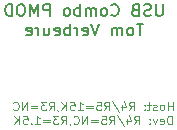
<source format=gbr>
%TF.GenerationSoftware,KiCad,Pcbnew,5.1.6-c6e7f7d~86~ubuntu18.04.1*%
%TF.CreationDate,2021-07-01T18:37:21-07:00*%
%TF.ProjectId,usb_combo_pmod,7573625f-636f-46d6-926f-5f706d6f642e,rev?*%
%TF.SameCoordinates,Original*%
%TF.FileFunction,Legend,Bot*%
%TF.FilePolarity,Positive*%
%FSLAX46Y46*%
G04 Gerber Fmt 4.6, Leading zero omitted, Abs format (unit mm)*
G04 Created by KiCad (PCBNEW 5.1.6-c6e7f7d~86~ubuntu18.04.1) date 2021-07-01 18:37:21*
%MOMM*%
%LPD*%
G01*
G04 APERTURE LIST*
%ADD10C,0.150000*%
%ADD11C,0.121920*%
G04 APERTURE END LIST*
D10*
X117132857Y-72541380D02*
X117132857Y-73350904D01*
X117085238Y-73446142D01*
X117037619Y-73493761D01*
X116942380Y-73541380D01*
X116751904Y-73541380D01*
X116656666Y-73493761D01*
X116609047Y-73446142D01*
X116561428Y-73350904D01*
X116561428Y-72541380D01*
X116132857Y-73493761D02*
X115990000Y-73541380D01*
X115751904Y-73541380D01*
X115656666Y-73493761D01*
X115609047Y-73446142D01*
X115561428Y-73350904D01*
X115561428Y-73255666D01*
X115609047Y-73160428D01*
X115656666Y-73112809D01*
X115751904Y-73065190D01*
X115942380Y-73017571D01*
X116037619Y-72969952D01*
X116085238Y-72922333D01*
X116132857Y-72827095D01*
X116132857Y-72731857D01*
X116085238Y-72636619D01*
X116037619Y-72589000D01*
X115942380Y-72541380D01*
X115704285Y-72541380D01*
X115561428Y-72589000D01*
X114799523Y-73017571D02*
X114656666Y-73065190D01*
X114609047Y-73112809D01*
X114561428Y-73208047D01*
X114561428Y-73350904D01*
X114609047Y-73446142D01*
X114656666Y-73493761D01*
X114751904Y-73541380D01*
X115132857Y-73541380D01*
X115132857Y-72541380D01*
X114799523Y-72541380D01*
X114704285Y-72589000D01*
X114656666Y-72636619D01*
X114609047Y-72731857D01*
X114609047Y-72827095D01*
X114656666Y-72922333D01*
X114704285Y-72969952D01*
X114799523Y-73017571D01*
X115132857Y-73017571D01*
X112799523Y-73446142D02*
X112847142Y-73493761D01*
X112990000Y-73541380D01*
X113085238Y-73541380D01*
X113228095Y-73493761D01*
X113323333Y-73398523D01*
X113370952Y-73303285D01*
X113418571Y-73112809D01*
X113418571Y-72969952D01*
X113370952Y-72779476D01*
X113323333Y-72684238D01*
X113228095Y-72589000D01*
X113085238Y-72541380D01*
X112990000Y-72541380D01*
X112847142Y-72589000D01*
X112799523Y-72636619D01*
X112228095Y-73541380D02*
X112323333Y-73493761D01*
X112370952Y-73446142D01*
X112418571Y-73350904D01*
X112418571Y-73065190D01*
X112370952Y-72969952D01*
X112323333Y-72922333D01*
X112228095Y-72874714D01*
X112085238Y-72874714D01*
X111990000Y-72922333D01*
X111942380Y-72969952D01*
X111894761Y-73065190D01*
X111894761Y-73350904D01*
X111942380Y-73446142D01*
X111990000Y-73493761D01*
X112085238Y-73541380D01*
X112228095Y-73541380D01*
X111466190Y-73541380D02*
X111466190Y-72874714D01*
X111466190Y-72969952D02*
X111418571Y-72922333D01*
X111323333Y-72874714D01*
X111180476Y-72874714D01*
X111085238Y-72922333D01*
X111037619Y-73017571D01*
X111037619Y-73541380D01*
X111037619Y-73017571D02*
X110990000Y-72922333D01*
X110894761Y-72874714D01*
X110751904Y-72874714D01*
X110656666Y-72922333D01*
X110609047Y-73017571D01*
X110609047Y-73541380D01*
X110132857Y-73541380D02*
X110132857Y-72541380D01*
X110132857Y-72922333D02*
X110037619Y-72874714D01*
X109847142Y-72874714D01*
X109751904Y-72922333D01*
X109704285Y-72969952D01*
X109656666Y-73065190D01*
X109656666Y-73350904D01*
X109704285Y-73446142D01*
X109751904Y-73493761D01*
X109847142Y-73541380D01*
X110037619Y-73541380D01*
X110132857Y-73493761D01*
X109085238Y-73541380D02*
X109180476Y-73493761D01*
X109228095Y-73446142D01*
X109275714Y-73350904D01*
X109275714Y-73065190D01*
X109228095Y-72969952D01*
X109180476Y-72922333D01*
X109085238Y-72874714D01*
X108942380Y-72874714D01*
X108847142Y-72922333D01*
X108799523Y-72969952D01*
X108751904Y-73065190D01*
X108751904Y-73350904D01*
X108799523Y-73446142D01*
X108847142Y-73493761D01*
X108942380Y-73541380D01*
X109085238Y-73541380D01*
X107561428Y-73541380D02*
X107561428Y-72541380D01*
X107180476Y-72541380D01*
X107085238Y-72589000D01*
X107037619Y-72636619D01*
X106990000Y-72731857D01*
X106990000Y-72874714D01*
X107037619Y-72969952D01*
X107085238Y-73017571D01*
X107180476Y-73065190D01*
X107561428Y-73065190D01*
X106561428Y-73541380D02*
X106561428Y-72541380D01*
X106228095Y-73255666D01*
X105894761Y-72541380D01*
X105894761Y-73541380D01*
X105228095Y-72541380D02*
X105037619Y-72541380D01*
X104942380Y-72589000D01*
X104847142Y-72684238D01*
X104799523Y-72874714D01*
X104799523Y-73208047D01*
X104847142Y-73398523D01*
X104942380Y-73493761D01*
X105037619Y-73541380D01*
X105228095Y-73541380D01*
X105323333Y-73493761D01*
X105418571Y-73398523D01*
X105466190Y-73208047D01*
X105466190Y-72874714D01*
X105418571Y-72684238D01*
X105323333Y-72589000D01*
X105228095Y-72541380D01*
X104370952Y-73541380D02*
X104370952Y-72541380D01*
X104132857Y-72541380D01*
X103990000Y-72589000D01*
X103894761Y-72684238D01*
X103847142Y-72779476D01*
X103799523Y-72969952D01*
X103799523Y-73112809D01*
X103847142Y-73303285D01*
X103894761Y-73398523D01*
X103990000Y-73493761D01*
X104132857Y-73541380D01*
X104370952Y-73541380D01*
X115513809Y-74191380D02*
X114942380Y-74191380D01*
X115228095Y-75191380D02*
X115228095Y-74191380D01*
X114466190Y-75191380D02*
X114561428Y-75143761D01*
X114609047Y-75096142D01*
X114656666Y-75000904D01*
X114656666Y-74715190D01*
X114609047Y-74619952D01*
X114561428Y-74572333D01*
X114466190Y-74524714D01*
X114323333Y-74524714D01*
X114228095Y-74572333D01*
X114180476Y-74619952D01*
X114132857Y-74715190D01*
X114132857Y-75000904D01*
X114180476Y-75096142D01*
X114228095Y-75143761D01*
X114323333Y-75191380D01*
X114466190Y-75191380D01*
X113704285Y-75191380D02*
X113704285Y-74524714D01*
X113704285Y-74619952D02*
X113656666Y-74572333D01*
X113561428Y-74524714D01*
X113418571Y-74524714D01*
X113323333Y-74572333D01*
X113275714Y-74667571D01*
X113275714Y-75191380D01*
X113275714Y-74667571D02*
X113228095Y-74572333D01*
X113132857Y-74524714D01*
X112990000Y-74524714D01*
X112894761Y-74572333D01*
X112847142Y-74667571D01*
X112847142Y-75191380D01*
X111751904Y-74191380D02*
X111418571Y-75191380D01*
X111085238Y-74191380D01*
X110370952Y-75143761D02*
X110466190Y-75191380D01*
X110656666Y-75191380D01*
X110751904Y-75143761D01*
X110799523Y-75048523D01*
X110799523Y-74667571D01*
X110751904Y-74572333D01*
X110656666Y-74524714D01*
X110466190Y-74524714D01*
X110370952Y-74572333D01*
X110323333Y-74667571D01*
X110323333Y-74762809D01*
X110799523Y-74858047D01*
X109894761Y-75191380D02*
X109894761Y-74524714D01*
X109894761Y-74715190D02*
X109847142Y-74619952D01*
X109799523Y-74572333D01*
X109704285Y-74524714D01*
X109609047Y-74524714D01*
X109275714Y-75191380D02*
X109275714Y-74191380D01*
X109275714Y-74572333D02*
X109180476Y-74524714D01*
X108990000Y-74524714D01*
X108894761Y-74572333D01*
X108847142Y-74619952D01*
X108799523Y-74715190D01*
X108799523Y-75000904D01*
X108847142Y-75096142D01*
X108894761Y-75143761D01*
X108990000Y-75191380D01*
X109180476Y-75191380D01*
X109275714Y-75143761D01*
X107990000Y-75143761D02*
X108085238Y-75191380D01*
X108275714Y-75191380D01*
X108370952Y-75143761D01*
X108418571Y-75048523D01*
X108418571Y-74667571D01*
X108370952Y-74572333D01*
X108275714Y-74524714D01*
X108085238Y-74524714D01*
X107990000Y-74572333D01*
X107942380Y-74667571D01*
X107942380Y-74762809D01*
X108418571Y-74858047D01*
X107085238Y-74524714D02*
X107085238Y-75191380D01*
X107513809Y-74524714D02*
X107513809Y-75048523D01*
X107466190Y-75143761D01*
X107370952Y-75191380D01*
X107228095Y-75191380D01*
X107132857Y-75143761D01*
X107085238Y-75096142D01*
X106609047Y-75191380D02*
X106609047Y-74524714D01*
X106609047Y-74715190D02*
X106561428Y-74619952D01*
X106513809Y-74572333D01*
X106418571Y-74524714D01*
X106323333Y-74524714D01*
X105609047Y-75143761D02*
X105704285Y-75191380D01*
X105894761Y-75191380D01*
X105990000Y-75143761D01*
X106037619Y-75048523D01*
X106037619Y-74667571D01*
X105990000Y-74572333D01*
X105894761Y-74524714D01*
X105704285Y-74524714D01*
X105609047Y-74572333D01*
X105561428Y-74667571D01*
X105561428Y-74762809D01*
X106037619Y-74858047D01*
D11*
X117974533Y-81515373D02*
X117974533Y-80804173D01*
X117974533Y-81142840D02*
X117568133Y-81142840D01*
X117568133Y-81515373D02*
X117568133Y-80804173D01*
X117127866Y-81515373D02*
X117195600Y-81481506D01*
X117229466Y-81447640D01*
X117263333Y-81379906D01*
X117263333Y-81176706D01*
X117229466Y-81108973D01*
X117195600Y-81075106D01*
X117127866Y-81041240D01*
X117026266Y-81041240D01*
X116958533Y-81075106D01*
X116924666Y-81108973D01*
X116890800Y-81176706D01*
X116890800Y-81379906D01*
X116924666Y-81447640D01*
X116958533Y-81481506D01*
X117026266Y-81515373D01*
X117127866Y-81515373D01*
X116619866Y-81481506D02*
X116552133Y-81515373D01*
X116416666Y-81515373D01*
X116348933Y-81481506D01*
X116315066Y-81413773D01*
X116315066Y-81379906D01*
X116348933Y-81312173D01*
X116416666Y-81278306D01*
X116518266Y-81278306D01*
X116586000Y-81244440D01*
X116619866Y-81176706D01*
X116619866Y-81142840D01*
X116586000Y-81075106D01*
X116518266Y-81041240D01*
X116416666Y-81041240D01*
X116348933Y-81075106D01*
X116111866Y-81041240D02*
X115840933Y-81041240D01*
X116010266Y-80804173D02*
X116010266Y-81413773D01*
X115976400Y-81481506D01*
X115908666Y-81515373D01*
X115840933Y-81515373D01*
X115603866Y-81447640D02*
X115570000Y-81481506D01*
X115603866Y-81515373D01*
X115637733Y-81481506D01*
X115603866Y-81447640D01*
X115603866Y-81515373D01*
X115603866Y-81075106D02*
X115570000Y-81108973D01*
X115603866Y-81142840D01*
X115637733Y-81108973D01*
X115603866Y-81075106D01*
X115603866Y-81142840D01*
X114316933Y-81515373D02*
X114554000Y-81176706D01*
X114723333Y-81515373D02*
X114723333Y-80804173D01*
X114452400Y-80804173D01*
X114384666Y-80838040D01*
X114350800Y-80871906D01*
X114316933Y-80939640D01*
X114316933Y-81041240D01*
X114350800Y-81108973D01*
X114384666Y-81142840D01*
X114452400Y-81176706D01*
X114723333Y-81176706D01*
X113707333Y-81041240D02*
X113707333Y-81515373D01*
X113876666Y-80770306D02*
X114046000Y-81278306D01*
X113605733Y-81278306D01*
X112826800Y-80770306D02*
X113436400Y-81684706D01*
X112183333Y-81515373D02*
X112420400Y-81176706D01*
X112589733Y-81515373D02*
X112589733Y-80804173D01*
X112318800Y-80804173D01*
X112251066Y-80838040D01*
X112217200Y-80871906D01*
X112183333Y-80939640D01*
X112183333Y-81041240D01*
X112217200Y-81108973D01*
X112251066Y-81142840D01*
X112318800Y-81176706D01*
X112589733Y-81176706D01*
X111539866Y-80804173D02*
X111878533Y-80804173D01*
X111912400Y-81142840D01*
X111878533Y-81108973D01*
X111810800Y-81075106D01*
X111641466Y-81075106D01*
X111573733Y-81108973D01*
X111539866Y-81142840D01*
X111506000Y-81210573D01*
X111506000Y-81379906D01*
X111539866Y-81447640D01*
X111573733Y-81481506D01*
X111641466Y-81515373D01*
X111810800Y-81515373D01*
X111878533Y-81481506D01*
X111912400Y-81447640D01*
X111201200Y-81142840D02*
X110659333Y-81142840D01*
X110659333Y-81346040D02*
X111201200Y-81346040D01*
X109948133Y-81515373D02*
X110354533Y-81515373D01*
X110151333Y-81515373D02*
X110151333Y-80804173D01*
X110219066Y-80905773D01*
X110286800Y-80973506D01*
X110354533Y-81007373D01*
X109304666Y-80804173D02*
X109643333Y-80804173D01*
X109677200Y-81142840D01*
X109643333Y-81108973D01*
X109575600Y-81075106D01*
X109406266Y-81075106D01*
X109338533Y-81108973D01*
X109304666Y-81142840D01*
X109270800Y-81210573D01*
X109270800Y-81379906D01*
X109304666Y-81447640D01*
X109338533Y-81481506D01*
X109406266Y-81515373D01*
X109575600Y-81515373D01*
X109643333Y-81481506D01*
X109677200Y-81447640D01*
X108966000Y-81515373D02*
X108966000Y-80804173D01*
X108559600Y-81515373D02*
X108864400Y-81108973D01*
X108559600Y-80804173D02*
X108966000Y-81210573D01*
X108220933Y-81481506D02*
X108220933Y-81515373D01*
X108254800Y-81583106D01*
X108288666Y-81616973D01*
X107509733Y-81515373D02*
X107746800Y-81176706D01*
X107916133Y-81515373D02*
X107916133Y-80804173D01*
X107645200Y-80804173D01*
X107577466Y-80838040D01*
X107543600Y-80871906D01*
X107509733Y-80939640D01*
X107509733Y-81041240D01*
X107543600Y-81108973D01*
X107577466Y-81142840D01*
X107645200Y-81176706D01*
X107916133Y-81176706D01*
X107272666Y-80804173D02*
X106832400Y-80804173D01*
X107069466Y-81075106D01*
X106967866Y-81075106D01*
X106900133Y-81108973D01*
X106866266Y-81142840D01*
X106832400Y-81210573D01*
X106832400Y-81379906D01*
X106866266Y-81447640D01*
X106900133Y-81481506D01*
X106967866Y-81515373D01*
X107171066Y-81515373D01*
X107238800Y-81481506D01*
X107272666Y-81447640D01*
X106527600Y-81142840D02*
X105985733Y-81142840D01*
X105985733Y-81346040D02*
X106527600Y-81346040D01*
X105647066Y-81515373D02*
X105647066Y-80804173D01*
X105240666Y-81515373D01*
X105240666Y-80804173D01*
X104495600Y-81447640D02*
X104529466Y-81481506D01*
X104631066Y-81515373D01*
X104698800Y-81515373D01*
X104800400Y-81481506D01*
X104868133Y-81413773D01*
X104902000Y-81346040D01*
X104935866Y-81210573D01*
X104935866Y-81108973D01*
X104902000Y-80973506D01*
X104868133Y-80905773D01*
X104800400Y-80838040D01*
X104698800Y-80804173D01*
X104631066Y-80804173D01*
X104529466Y-80838040D01*
X104495600Y-80871906D01*
X117889866Y-82704093D02*
X117889866Y-81992893D01*
X117720533Y-81992893D01*
X117618933Y-82026760D01*
X117551200Y-82094493D01*
X117517333Y-82162226D01*
X117483466Y-82297693D01*
X117483466Y-82399293D01*
X117517333Y-82534760D01*
X117551200Y-82602493D01*
X117618933Y-82670226D01*
X117720533Y-82704093D01*
X117889866Y-82704093D01*
X116907733Y-82670226D02*
X116975466Y-82704093D01*
X117110933Y-82704093D01*
X117178666Y-82670226D01*
X117212533Y-82602493D01*
X117212533Y-82331560D01*
X117178666Y-82263826D01*
X117110933Y-82229960D01*
X116975466Y-82229960D01*
X116907733Y-82263826D01*
X116873866Y-82331560D01*
X116873866Y-82399293D01*
X117212533Y-82467026D01*
X116636800Y-82229960D02*
X116467466Y-82704093D01*
X116298133Y-82229960D01*
X116027200Y-82636360D02*
X115993333Y-82670226D01*
X116027200Y-82704093D01*
X116061066Y-82670226D01*
X116027200Y-82636360D01*
X116027200Y-82704093D01*
X116027200Y-82263826D02*
X115993333Y-82297693D01*
X116027200Y-82331560D01*
X116061066Y-82297693D01*
X116027200Y-82263826D01*
X116027200Y-82331560D01*
X114740266Y-82704093D02*
X114977333Y-82365426D01*
X115146666Y-82704093D02*
X115146666Y-81992893D01*
X114875733Y-81992893D01*
X114808000Y-82026760D01*
X114774133Y-82060626D01*
X114740266Y-82128360D01*
X114740266Y-82229960D01*
X114774133Y-82297693D01*
X114808000Y-82331560D01*
X114875733Y-82365426D01*
X115146666Y-82365426D01*
X114130666Y-82229960D02*
X114130666Y-82704093D01*
X114300000Y-81959026D02*
X114469333Y-82467026D01*
X114029066Y-82467026D01*
X113250133Y-81959026D02*
X113859733Y-82873426D01*
X112606666Y-82704093D02*
X112843733Y-82365426D01*
X113013066Y-82704093D02*
X113013066Y-81992893D01*
X112742133Y-81992893D01*
X112674400Y-82026760D01*
X112640533Y-82060626D01*
X112606666Y-82128360D01*
X112606666Y-82229960D01*
X112640533Y-82297693D01*
X112674400Y-82331560D01*
X112742133Y-82365426D01*
X113013066Y-82365426D01*
X111963200Y-81992893D02*
X112301866Y-81992893D01*
X112335733Y-82331560D01*
X112301866Y-82297693D01*
X112234133Y-82263826D01*
X112064800Y-82263826D01*
X111997066Y-82297693D01*
X111963200Y-82331560D01*
X111929333Y-82399293D01*
X111929333Y-82568626D01*
X111963200Y-82636360D01*
X111997066Y-82670226D01*
X112064800Y-82704093D01*
X112234133Y-82704093D01*
X112301866Y-82670226D01*
X112335733Y-82636360D01*
X111624533Y-82331560D02*
X111082666Y-82331560D01*
X111082666Y-82534760D02*
X111624533Y-82534760D01*
X110744000Y-82704093D02*
X110744000Y-81992893D01*
X110337600Y-82704093D01*
X110337600Y-81992893D01*
X109592533Y-82636360D02*
X109626400Y-82670226D01*
X109728000Y-82704093D01*
X109795733Y-82704093D01*
X109897333Y-82670226D01*
X109965066Y-82602493D01*
X109998933Y-82534760D01*
X110032800Y-82399293D01*
X110032800Y-82297693D01*
X109998933Y-82162226D01*
X109965066Y-82094493D01*
X109897333Y-82026760D01*
X109795733Y-81992893D01*
X109728000Y-81992893D01*
X109626400Y-82026760D01*
X109592533Y-82060626D01*
X109253866Y-82670226D02*
X109253866Y-82704093D01*
X109287733Y-82771826D01*
X109321600Y-82805693D01*
X108542666Y-82704093D02*
X108779733Y-82365426D01*
X108949066Y-82704093D02*
X108949066Y-81992893D01*
X108678133Y-81992893D01*
X108610400Y-82026760D01*
X108576533Y-82060626D01*
X108542666Y-82128360D01*
X108542666Y-82229960D01*
X108576533Y-82297693D01*
X108610400Y-82331560D01*
X108678133Y-82365426D01*
X108949066Y-82365426D01*
X108305600Y-81992893D02*
X107865333Y-81992893D01*
X108102400Y-82263826D01*
X108000800Y-82263826D01*
X107933066Y-82297693D01*
X107899200Y-82331560D01*
X107865333Y-82399293D01*
X107865333Y-82568626D01*
X107899200Y-82636360D01*
X107933066Y-82670226D01*
X108000800Y-82704093D01*
X108204000Y-82704093D01*
X108271733Y-82670226D01*
X108305600Y-82636360D01*
X107560533Y-82331560D02*
X107018666Y-82331560D01*
X107018666Y-82534760D02*
X107560533Y-82534760D01*
X106307466Y-82704093D02*
X106713866Y-82704093D01*
X106510666Y-82704093D02*
X106510666Y-81992893D01*
X106578400Y-82094493D01*
X106646133Y-82162226D01*
X106713866Y-82196093D01*
X106002666Y-82636360D02*
X105968800Y-82670226D01*
X106002666Y-82704093D01*
X106036533Y-82670226D01*
X106002666Y-82636360D01*
X106002666Y-82704093D01*
X105325333Y-81992893D02*
X105664000Y-81992893D01*
X105697866Y-82331560D01*
X105664000Y-82297693D01*
X105596266Y-82263826D01*
X105426933Y-82263826D01*
X105359200Y-82297693D01*
X105325333Y-82331560D01*
X105291466Y-82399293D01*
X105291466Y-82568626D01*
X105325333Y-82636360D01*
X105359200Y-82670226D01*
X105426933Y-82704093D01*
X105596266Y-82704093D01*
X105664000Y-82670226D01*
X105697866Y-82636360D01*
X104986666Y-82704093D02*
X104986666Y-81992893D01*
X104580266Y-82704093D02*
X104885066Y-82297693D01*
X104580266Y-81992893D02*
X104986666Y-82399293D01*
M02*

</source>
